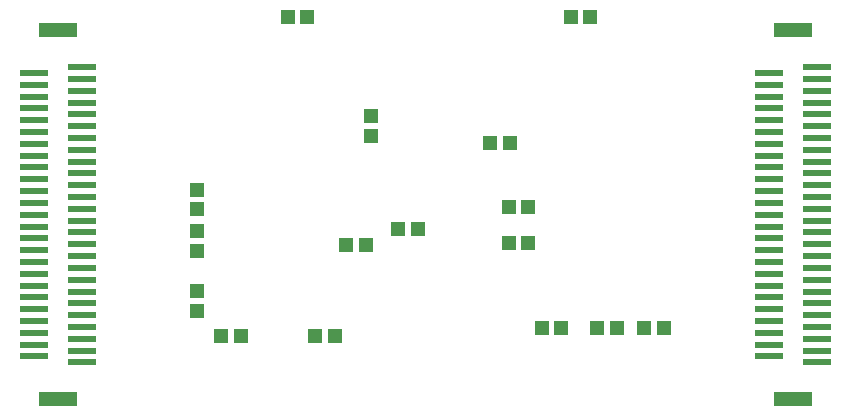
<source format=gbs>
%FSLAX44Y44*%
%MOMM*%
G71*
G01*
G75*
G04 Layer_Color=16711935*
%ADD10R,0.9652X0.8890*%
%ADD11R,1.0160X0.9398*%
%ADD12R,1.0160X0.9400*%
%ADD13R,0.5080X0.7620*%
%ADD14R,0.2600X2.0000*%
%ADD15R,2.0000X0.2600*%
%ADD16R,0.9400X1.0160*%
%ADD17R,0.9398X1.0160*%
%ADD18R,2.0320X0.6096*%
%ADD19C,0.2032*%
%ADD20C,0.2540*%
%ADD21C,0.5080*%
%ADD22C,0.3048*%
%ADD23R,2.4804X2.2690*%
%ADD24R,2.5943X2.2690*%
%ADD25R,3.0073X5.6504*%
%ADD26C,1.3000*%
%ADD27C,0.6350*%
%ADD28C,0.8128*%
%ADD29C,1.0160*%
%ADD30C,1.8080*%
%ADD31C,0.8382*%
%ADD32C,0.9398*%
%ADD33R,2.2000X0.3600*%
%ADD34R,3.0000X1.0000*%
%ADD35C,0.3302*%
%ADD36R,0.9424X1.9914*%
%ADD37R,2.5048X2.1810*%
%ADD38R,2.9171X1.1903*%
%ADD39C,0.1270*%
%ADD40C,0.1524*%
%ADD41C,0.1500*%
%ADD42R,1.1684X1.0922*%
%ADD43R,1.2192X1.1430*%
%ADD44R,1.2192X1.1432*%
%ADD45R,0.7112X0.9652*%
%ADD46R,0.4632X2.2032*%
%ADD47R,2.2032X0.4632*%
%ADD48R,1.1432X1.2192*%
%ADD49R,1.1430X1.2192*%
%ADD50R,2.2352X0.8128*%
%ADD51R,2.4032X0.5632*%
%ADD52R,3.2032X1.2032*%
D43*
X631209Y606381D02*
D03*
X631272Y673759D02*
D03*
X631209Y692649D02*
D03*
X778345Y754803D02*
D03*
D44*
X631209Y622886D02*
D03*
X631272Y657254D02*
D03*
X631209Y709154D02*
D03*
X778345Y771308D02*
D03*
D48*
X895076Y663961D02*
D03*
X731057Y585103D02*
D03*
X668024Y585167D02*
D03*
X774062Y662324D02*
D03*
X969833Y592030D02*
D03*
X1009659D02*
D03*
X895076Y694648D02*
D03*
X923041Y592074D02*
D03*
X947406Y855016D02*
D03*
X707686D02*
D03*
X879148Y748384D02*
D03*
X818110Y675767D02*
D03*
D49*
X911581Y663961D02*
D03*
X747562Y585103D02*
D03*
X651518Y585167D02*
D03*
X757557Y662324D02*
D03*
X986338Y592030D02*
D03*
X1026164D02*
D03*
X911581Y694648D02*
D03*
X939546Y592074D02*
D03*
X963911Y855016D02*
D03*
X724191D02*
D03*
X895653Y748384D02*
D03*
X801605Y675767D02*
D03*
D51*
X1155700Y652800D02*
D03*
Y642800D02*
D03*
Y632800D02*
D03*
Y622800D02*
D03*
Y612800D02*
D03*
Y662800D02*
D03*
Y672800D02*
D03*
Y682800D02*
D03*
Y692800D02*
D03*
Y702800D02*
D03*
Y712800D02*
D03*
Y722800D02*
D03*
Y732800D02*
D03*
Y742800D02*
D03*
Y752800D02*
D03*
Y762800D02*
D03*
Y772800D02*
D03*
Y782800D02*
D03*
Y792800D02*
D03*
Y802800D02*
D03*
Y812800D02*
D03*
Y602800D02*
D03*
Y592800D02*
D03*
Y582800D02*
D03*
Y572800D02*
D03*
Y562800D02*
D03*
X1115700Y707800D02*
D03*
Y697800D02*
D03*
Y687800D02*
D03*
Y677800D02*
D03*
Y667800D02*
D03*
Y657800D02*
D03*
Y647800D02*
D03*
Y637800D02*
D03*
Y627800D02*
D03*
Y617800D02*
D03*
Y567800D02*
D03*
Y577800D02*
D03*
Y587800D02*
D03*
Y597800D02*
D03*
Y607800D02*
D03*
Y717800D02*
D03*
Y727800D02*
D03*
Y737800D02*
D03*
Y747800D02*
D03*
Y757800D02*
D03*
Y767800D02*
D03*
Y777800D02*
D03*
Y787800D02*
D03*
Y797800D02*
D03*
Y807800D02*
D03*
X493400D02*
D03*
Y797800D02*
D03*
Y787800D02*
D03*
Y777800D02*
D03*
Y767800D02*
D03*
Y757800D02*
D03*
Y747800D02*
D03*
Y737800D02*
D03*
Y727800D02*
D03*
Y717800D02*
D03*
Y607800D02*
D03*
Y597800D02*
D03*
Y587800D02*
D03*
Y577800D02*
D03*
Y567800D02*
D03*
Y617800D02*
D03*
Y627800D02*
D03*
Y637800D02*
D03*
Y647800D02*
D03*
Y657800D02*
D03*
Y667800D02*
D03*
Y677800D02*
D03*
Y687800D02*
D03*
Y697800D02*
D03*
Y707800D02*
D03*
X533400Y562800D02*
D03*
Y572800D02*
D03*
Y582800D02*
D03*
Y592800D02*
D03*
Y602800D02*
D03*
Y812800D02*
D03*
Y802800D02*
D03*
Y792800D02*
D03*
Y782800D02*
D03*
Y772800D02*
D03*
Y762800D02*
D03*
Y752800D02*
D03*
Y742800D02*
D03*
Y732800D02*
D03*
Y722800D02*
D03*
Y712800D02*
D03*
Y702800D02*
D03*
Y692800D02*
D03*
Y682800D02*
D03*
Y672800D02*
D03*
Y662800D02*
D03*
Y612800D02*
D03*
Y622800D02*
D03*
Y632800D02*
D03*
Y642800D02*
D03*
Y652800D02*
D03*
D52*
X1135700Y843800D02*
D03*
Y531800D02*
D03*
X513400D02*
D03*
Y843800D02*
D03*
M02*

</source>
